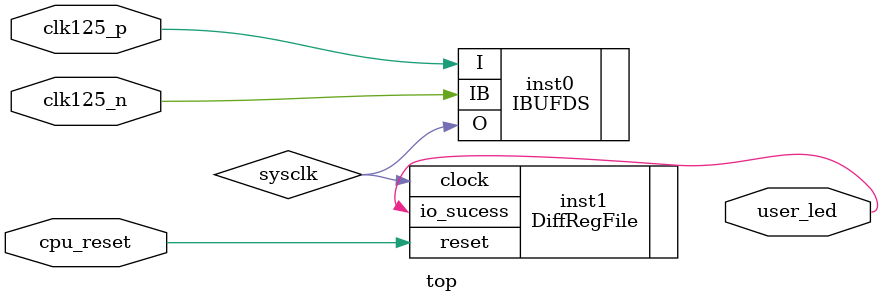
<source format=v>
module top(
    input clk125_p,
    input clk125_n,
    input cpu_reset,
    output user_led        
);
wire sysclk;
IBUFDS inst0(
    .I(clk125_p),
    .IB(clk125_n),
    .O(sysclk)
);
(* keep_hierarchy = "yes" *)
DiffRegFile inst1(
    .clock(sysclk),
    .reset(cpu_reset),
    .io_sucess(user_led)
);
endmodule
</source>
